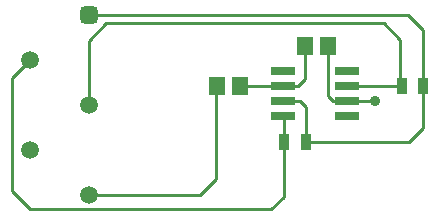
<source format=gtl>
G04*
G04 #@! TF.GenerationSoftware,Altium Limited,Altium Designer,24.8.2 (39)*
G04*
G04 Layer_Physical_Order=1*
G04 Layer_Color=255*
%FSLAX44Y44*%
%MOMM*%
G71*
G04*
G04 #@! TF.SameCoordinates,27CDC404-796B-4BEE-BB71-1A0BAB082429*
G04*
G04*
G04 #@! TF.FilePolarity,Positive*
G04*
G01*
G75*
%ADD10C,0.2540*%
%ADD13R,0.9500X1.4000*%
%ADD14R,1.3549X1.5562*%
%ADD15R,2.0320X0.7112*%
%ADD20C,1.5000*%
G04:AMPARAMS|DCode=21|XSize=1.5mm|YSize=1.5mm|CornerRadius=0.375mm|HoleSize=0mm|Usage=FLASHONLY|Rotation=90.000|XOffset=0mm|YOffset=0mm|HoleType=Round|Shape=RoundedRectangle|*
%AMROUNDEDRECTD21*
21,1,1.5000,0.7500,0,0,90.0*
21,1,0.7500,1.5000,0,0,90.0*
1,1,0.7500,0.3750,0.3750*
1,1,0.7500,0.3750,-0.3750*
1,1,0.7500,-0.3750,-0.3750*
1,1,0.7500,-0.3750,0.3750*
%
%ADD21ROUNDEDRECTD21*%
%ADD22C,0.8890*%
D10*
X297180Y128270D02*
X309372D01*
X255270D02*
X269240D01*
X198120Y140163D02*
X198927Y140970D01*
X292966Y132484D02*
X293370Y132887D01*
X255270Y140970D02*
X267970D01*
X218440D02*
X255270D01*
X273857Y146857D02*
Y175260D01*
X267970Y140970D02*
X273857Y146857D01*
X293370Y132887D02*
Y175260D01*
X269240Y128270D02*
X274320Y123190D01*
X255270Y115570D02*
X255820Y115020D01*
X373740Y140970D02*
Y188870D01*
X361080Y201530D02*
X373740Y188870D01*
X340360Y194310D02*
X354330Y180340D01*
Y141880D02*
Y180340D01*
X90470Y201530D02*
X361080D01*
X105410Y194310D02*
X340360D01*
X40640Y36830D02*
X245110D01*
X25400Y52070D02*
X40640Y36830D01*
X354330Y141880D02*
X355240Y140970D01*
X309372D02*
X355240D01*
X373740Y105770D02*
Y140970D01*
X361950Y93980D02*
X373740Y105770D01*
X274320Y93980D02*
X361950D01*
X309372Y128270D02*
X332740D01*
X198120Y62230D02*
Y140163D01*
X245110Y36830D02*
X255820Y47540D01*
Y93980D02*
Y115020D01*
X274320Y93980D02*
Y123190D01*
X90470Y49130D02*
X185020D01*
X198120Y62230D01*
X255820Y47540D02*
Y93980D01*
X25400Y52070D02*
Y148360D01*
X40470Y163430D01*
X90470Y125330D02*
Y179370D01*
X292966Y132484D02*
X297180Y128270D01*
X90470Y179370D02*
X105410Y194310D01*
X273050Y178666D02*
X273454Y179070D01*
D13*
X373740Y140970D02*
D03*
X355240D02*
D03*
X274320Y93980D02*
D03*
X255820D02*
D03*
D14*
X293370Y175260D02*
D03*
X273857D02*
D03*
X218440Y140970D02*
D03*
X198927D02*
D03*
D15*
X255270D02*
D03*
Y153670D02*
D03*
Y115570D02*
D03*
Y128270D02*
D03*
X309372Y115570D02*
D03*
Y153670D02*
D03*
Y140970D02*
D03*
Y128270D02*
D03*
D20*
X90470Y49130D02*
D03*
X40470Y163430D02*
D03*
X90470Y125330D02*
D03*
X40470Y87230D02*
D03*
D21*
X90470Y201530D02*
D03*
D22*
X332740Y128270D02*
D03*
M02*

</source>
